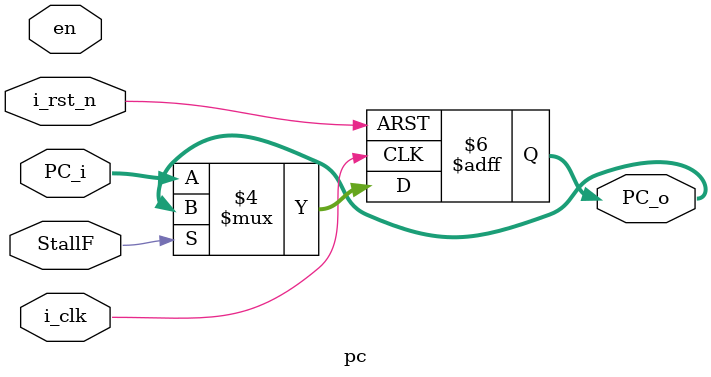
<source format=sv>
module pc (
  input logic i_clk,
  input logic i_rst_n, en,
  input logic StallF,
  input logic [31:0] PC_i,
  output logic [31:0] PC_o
);
  always_ff @(posedge i_clk or negedge i_rst_n) begin
    if (!i_rst_n) begin
      PC_o <= 0;
    end else if (StallF) begin

    end else begin
      PC_o <= PC_i;
    end
  end

endmodule
</source>
